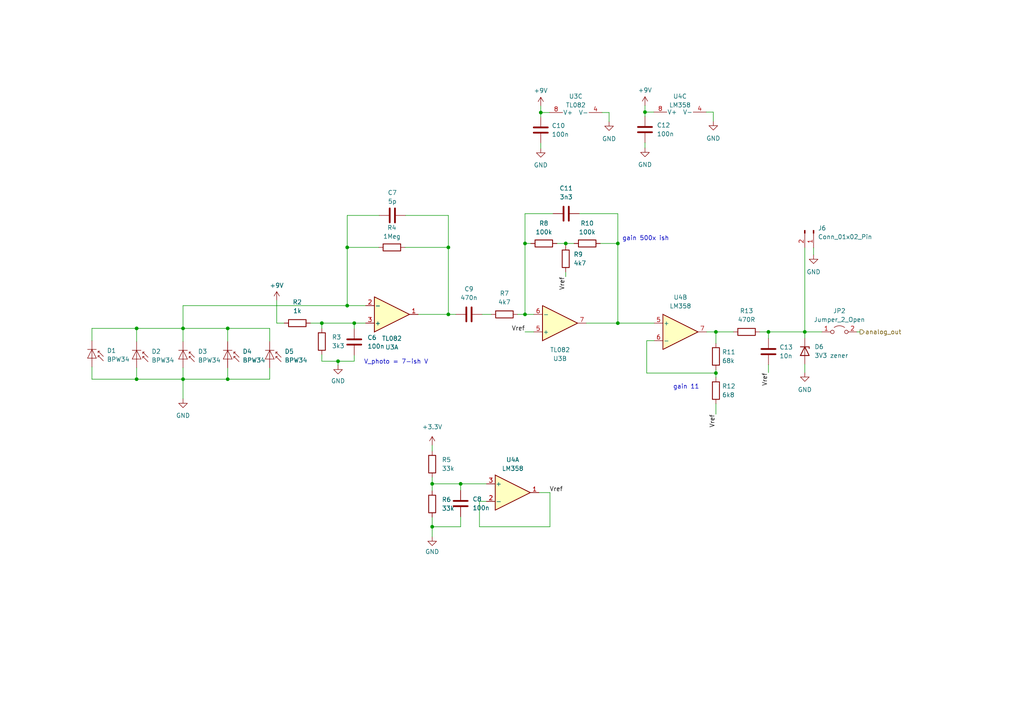
<source format=kicad_sch>
(kicad_sch (version 20230121) (generator eeschema)
  (paper "A4")
  (lib_symbols
    (symbol "Amplifier_Operational:LM358" (pin_names (offset 0.127))
      (property "Reference" "U" (at 0 5.08 0))
      (property "Value" "LM358" (at 0 -5.08 0))
      (symbol "LM358_1_1"
        (polyline (pts (xy -5.08 5.08) (xy 5.08 0) (xy -5.08 -5.08) (xy -5.08 5.08)) (stroke (width 0.254)) (fill (type background)))
        (pin output line (at 7.62 0 180) (length 2.54) (name "~") (number "1"))
        (pin input line (at -7.62 -2.54 0) (length 2.54) (name "-") (number "2"))
        (pin input line (at -7.62 2.54 0) (length 2.54) (name "+") (number "3"))
      )
      (symbol "LM358_2_1"
        (polyline (pts (xy -5.08 5.08) (xy 5.08 0) (xy -5.08 -5.08) (xy -5.08 5.08)) (stroke (width 0.254)) (fill (type background)))
        (pin input line (at -7.62 2.54 0) (length 2.54) (name "+") (number "5"))
        (pin input line (at -7.62 -2.54 0) (length 2.54) (name "-") (number "6"))
        (pin output line (at 7.62 0 180) (length 2.54) (name "~") (number "7"))
      )
      (symbol "LM358_3_1"
        (pin power_in line (at -2.54 -7.62 90) (length 3.81) (name "V-") (number "4"))
        (pin power_in line (at -2.54 7.62 270) (length 3.81) (name "V+") (number "8"))
      )
    )
    (symbol "Amplifier_Operational:TL082" (pin_names (offset 0.127))
      (property "Reference" "U" (at 0 5.08 0))
      (property "Value" "TL082" (at 0 -5.08 0))
      (symbol "TL082_1_1"
        (polyline (pts (xy -5.08 5.08) (xy 5.08 0) (xy -5.08 -5.08) (xy -5.08 5.08)) (stroke (width 0.254)) (fill (type background)))
        (pin output line (at 7.62 0 180) (length 2.54) (name "~") (number "1"))
        (pin input line (at -7.62 -2.54 0) (length 2.54) (name "-") (number "2"))
        (pin input line (at -7.62 2.54 0) (length 2.54) (name "+") (number "3"))
      )
      (symbol "TL082_2_1"
        (polyline (pts (xy -5.08 5.08) (xy 5.08 0) (xy -5.08 -5.08) (xy -5.08 5.08)) (stroke (width 0.254)) (fill (type background)))
        (pin input line (at -7.62 2.54 0) (length 2.54) (name "+") (number "5"))
        (pin input line (at -7.62 -2.54 0) (length 2.54) (name "-") (number "6"))
        (pin output line (at 7.62 0 180) (length 2.54) (name "~") (number "7"))
      )
      (symbol "TL082_3_1"
        (pin power_in line (at -2.54 -7.62 90) (length 3.81) (name "V-") (number "4"))
        (pin power_in line (at -2.54 7.62 270) (length 3.81) (name "V+") (number "8"))
      )
    )
    (symbol "Connector:Conn_01x02_Pin" (pin_names (offset 1.016) hide)
      (property "Reference" "J" (at 0 2.54 0))
      (property "Value" "Conn_01x02_Pin" (at 0 -5.08 0))
      (symbol "Conn_01x02_Pin_1_1"
        (polyline (pts (xy 1.27 -2.54) (xy 0.8636 -2.54)) (stroke (width 0.1524)))
        (polyline (pts (xy 1.27 0) (xy 0.8636 0)) (stroke (width 0.1524)))
        (rectangle (start 0.8636 -2.413) (end 0 -2.667) (stroke (width 0.1524)) (fill (type outline)))
        (rectangle (start 0.8636 0.127) (end 0 -0.127) (stroke (width 0.1524)) (fill (type outline)))
        (pin passive line (at 5.08 0 180) (length 3.81) (name "Pin_1") (number "1"))
        (pin passive line (at 5.08 -2.54 180) (length 3.81) (name "Pin_2") (number "2"))
      )
    )
    (symbol "Device:C" (pin_numbers hide) (pin_names (offset 0.254))
      (property "Reference" "C" (at 0.635 2.54 0))
      (property "Value" "C" (at 0.635 -2.54 0))
      (symbol "C_0_1"
        (polyline (pts (xy -2.032 -0.762) (xy 2.032 -0.762)) (stroke (width 0.508)))
        (polyline (pts (xy -2.032 0.762) (xy 2.032 0.762)) (stroke (width 0.508)))
      )
      (symbol "C_1_1"
        (pin passive line (at 0 3.81 270) (length 2.794) (name "~") (number "1"))
        (pin passive line (at 0 -3.81 90) (length 2.794) (name "~") (number "2"))
      )
    )
    (symbol "Device:D_Zener" (pin_numbers hide) (pin_names (offset 1.016) hide)
      (property "Reference" "D" (at 0 2.54 0))
      (property "Value" "D_Zener" (at 0 -2.54 0))
      (symbol "D_Zener_0_1"
        (polyline (pts (xy 1.27 0) (xy -1.27 0)))
        (polyline (pts (xy -1.27 -1.27) (xy -1.27 1.27) (xy -0.762 1.27)) (stroke (width 0.254)))
        (polyline (pts (xy 1.27 -1.27) (xy 1.27 1.27) (xy -1.27 0) (xy 1.27 -1.27)) (stroke (width 0.254)))
      )
      (symbol "D_Zener_1_1"
        (pin passive line (at -3.81 0 0) (length 2.54) (name "K") (number "1"))
        (pin passive line (at 3.81 0 180) (length 2.54) (name "A") (number "2"))
      )
    )
    (symbol "Device:R" (pin_numbers hide) (pin_names (offset 0))
      (property "Reference" "R" (at 2.032 0 90))
      (property "Value" "R" (at 0 0 90))
      (symbol "R_0_1"
        (rectangle (start -1.016 -2.54) (end 1.016 2.54) (stroke (width 0.254)))
      )
      (symbol "R_1_1"
        (pin passive line (at 0 3.81 270) (length 1.27) (name "~") (number "1"))
        (pin passive line (at 0 -3.81 90) (length 1.27) (name "~") (number "2"))
      )
    )
    (symbol "Jumper:Jumper_2_Open" (pin_names (offset 0) hide)
      (property "Reference" "JP" (at 0 2.794 0))
      (property "Value" "Jumper_2_Open" (at 0 -2.286 0))
      (symbol "Jumper_2_Open_0_0"
        (circle (center -2.032 0) (radius 0.508))
        (circle (center 2.032 0) (radius 0.508))
      )
      (symbol "Jumper_2_Open_0_1"
        (arc (start 1.524 1.27) (mid 0 1.778) (end -1.524 1.27))
      )
      (symbol "Jumper_2_Open_1_1"
        (pin passive line (at -5.08 0 0) (length 2.54) (name "A") (number "1"))
        (pin passive line (at 5.08 0 180) (length 2.54) (name "B") (number "2"))
      )
    )
    (symbol "Sensor_Optical:BPW34" (pin_numbers hide) (pin_names (offset 1.016) hide)
      (property "Reference" "D" (at 0.508 1.778 0))
      (property "Value" "BPW34" (at -1.016 -2.794 0))
      (symbol "BPW34_0_1"
        (polyline (pts (xy -2.54 1.27) (xy -2.54 -1.27)) (stroke (width 0.1524)))
        (polyline (pts (xy -2.032 1.778) (xy -1.524 1.778)))
        (polyline (pts (xy 0 -1.27) (xy 0 1.27)))
        (polyline (pts (xy 0 0) (xy -2.54 0)))
        (polyline (pts (xy -0.508 3.302) (xy -2.032 1.778) (xy -2.032 2.286)))
        (polyline (pts (xy 0 1.27) (xy -2.54 0) (xy 0 -1.27)))
        (polyline (pts (xy 0.762 3.302) (xy -0.762 1.778) (xy -0.762 2.286) (xy -0.762 1.778) (xy -0.254 1.778)))
      )
      (symbol "BPW34_1_1"
        (pin passive line (at -5.08 0 0) (length 2.54) (name "K") (number "1"))
        (pin passive line (at 2.54 0 180) (length 2.54) (name "A") (number "2"))
      )
    )
    (symbol "power:+3.3V" (power) (pin_names (offset 0))
      (property "Value" "+3.3V" (at 0 3.556 0))
      (symbol "+3.3V_0_1"
        (polyline (pts (xy -0.762 1.27) (xy 0 2.54)))
        (polyline (pts (xy 0 0) (xy 0 2.54)))
        (polyline (pts (xy 0 2.54) (xy 0.762 1.27)))
      )
      (symbol "+3.3V_1_1"
        (pin power_in line (at 0 0 90) (length 0) hide (name "+3.3V") (number "1"))
      )
    )
    (symbol "power:+9V" (power) (pin_names (offset 0))
      (property "Value" "+9V" (at 0 3.556 0))
      (symbol "+9V_0_1"
        (polyline (pts (xy -0.762 1.27) (xy 0 2.54)))
        (polyline (pts (xy 0 0) (xy 0 2.54)))
        (polyline (pts (xy 0 2.54) (xy 0.762 1.27)))
      )
      (symbol "+9V_1_1"
        (pin power_in line (at 0 0 90) (length 0) hide (name "+9V") (number "1"))
      )
    )
    (symbol "power:GND" (power) (pin_names (offset 0))
      (property "Value" "GND" (at 0 -3.81 0))
      (symbol "GND_0_1"
        (polyline (pts (xy 0 0) (xy 0 -1.27) (xy 1.27 -1.27) (xy 0 -2.54) (xy -1.27 -1.27) (xy 0 -1.27)))
      )
      (symbol "GND_1_1"
        (pin power_in line (at 0 0 270) (length 0) hide (name "GND") (number "1"))
      )
    )
  )
  (junction (at 152.273 91.186))
  (junction (at 187.071 32.512))
  (junction (at 179.197 70.612))
  (junction (at 53.086 109.982))
  (junction (at 39.624 109.982))
  (junction (at 152.273 70.612))
  (junction (at 66.04 109.982))
  (junction (at 207.645 108.204))
  (junction (at 233.426 96.266))
  (junction (at 133.604 140.335))
  (junction (at 102.743 93.726))
  (junction (at 222.885 96.266))
  (junction (at 100.711 88.646))
  (junction (at 125.349 140.335))
  (junction (at 98.044 104.775))
  (junction (at 93.345 93.726))
  (junction (at 53.086 95.25))
  (junction (at 156.845 32.639))
  (junction (at 130.048 91.186))
  (junction (at 39.624 95.25))
  (junction (at 100.711 71.755))
  (junction (at 164.084 70.612))
  (junction (at 66.04 95.25))
  (junction (at 207.645 96.266))
  (junction (at 130.048 71.755))
  (junction (at 179.197 93.726))
  (junction (at 125.349 152.781))
  (wire (pts (xy 53.086 95.25) (xy 53.086 99.06)))
  (wire (pts (xy 66.04 106.68) (xy 66.04 109.982)))
  (wire (pts (xy 248.539 96.266) (xy 249.428 96.266)))
  (wire (pts (xy 133.604 149.86) (xy 133.604 152.781)))
  (wire (pts (xy 207.645 107.188) (xy 207.645 108.204)))
  (wire (pts (xy 39.624 109.982) (xy 53.086 109.982)))
  (wire (pts (xy 179.197 70.612) (xy 179.197 61.976)))
  (wire (pts (xy 139.065 152.781) (xy 159.512 152.781)))
  (wire (pts (xy 130.048 71.755) (xy 130.048 91.186)))
  (wire (pts (xy 233.426 105.664) (xy 233.426 108.077)))
  (wire (pts (xy 125.349 138.43) (xy 125.349 140.335)))
  (wire (pts (xy 164.084 78.867) (xy 164.084 80.264)))
  (wire (pts (xy 98.044 104.775) (xy 102.743 104.775)))
  (wire (pts (xy 233.426 96.266) (xy 233.426 98.044)))
  (wire (pts (xy 179.197 70.612) (xy 179.197 93.726)))
  (wire (pts (xy 130.048 91.186) (xy 121.285 91.186)))
  (wire (pts (xy 187.579 98.806) (xy 189.738 98.806)))
  (wire (pts (xy 207.645 96.266) (xy 212.725 96.266)))
  (wire (pts (xy 125.349 129.159) (xy 125.349 130.81)))
  (wire (pts (xy 176.657 35.306) (xy 176.657 32.639)))
  (wire (pts (xy 80.264 87.122) (xy 80.264 93.726)))
  (wire (pts (xy 39.624 106.68) (xy 39.624 109.982)))
  (wire (pts (xy 139.065 145.415) (xy 139.065 152.781)))
  (wire (pts (xy 66.04 95.25) (xy 78.232 95.25)))
  (wire (pts (xy 187.071 41.402) (xy 187.071 42.926)))
  (wire (pts (xy 156.845 32.639) (xy 156.845 33.909)))
  (wire (pts (xy 152.273 96.266) (xy 154.813 96.266)))
  (wire (pts (xy 125.349 140.335) (xy 133.604 140.335)))
  (wire (pts (xy 152.273 61.976) (xy 152.273 70.612)))
  (wire (pts (xy 206.883 35.179) (xy 206.883 32.512)))
  (wire (pts (xy 98.044 104.775) (xy 93.345 104.775)))
  (wire (pts (xy 93.345 93.726) (xy 102.743 93.726)))
  (wire (pts (xy 78.232 109.982) (xy 78.232 106.68)))
  (wire (pts (xy 179.197 93.726) (xy 170.053 93.726)))
  (wire (pts (xy 222.885 105.791) (xy 222.885 108.077)))
  (wire (pts (xy 220.345 96.266) (xy 222.885 96.266)))
  (wire (pts (xy 159.512 152.781) (xy 159.512 142.875)))
  (wire (pts (xy 39.624 95.25) (xy 53.086 95.25)))
  (wire (pts (xy 141.097 145.415) (xy 139.065 145.415)))
  (wire (pts (xy 125.349 140.335) (xy 125.349 142.367)))
  (wire (pts (xy 206.883 32.512) (xy 204.851 32.512)))
  (wire (pts (xy 161.544 70.612) (xy 164.084 70.612)))
  (wire (pts (xy 207.645 108.204) (xy 207.645 109.474)))
  (wire (pts (xy 160.401 61.976) (xy 152.273 61.976)))
  (wire (pts (xy 102.743 93.726) (xy 106.045 93.726)))
  (wire (pts (xy 117.602 62.484) (xy 130.048 62.484)))
  (wire (pts (xy 53.086 109.982) (xy 53.086 115.697)))
  (wire (pts (xy 125.349 152.781) (xy 125.349 149.987)))
  (wire (pts (xy 102.743 95.377) (xy 102.743 93.726)))
  (wire (pts (xy 66.04 109.982) (xy 78.232 109.982)))
  (wire (pts (xy 125.349 152.781) (xy 125.349 155.702)))
  (wire (pts (xy 174.117 70.612) (xy 179.197 70.612)))
  (wire (pts (xy 26.67 95.25) (xy 39.624 95.25)))
  (wire (pts (xy 102.743 104.775) (xy 102.743 102.997)))
  (wire (pts (xy 222.885 96.266) (xy 222.885 98.171)))
  (wire (pts (xy 187.071 32.512) (xy 187.071 33.782)))
  (wire (pts (xy 179.197 61.976) (xy 168.021 61.976)))
  (wire (pts (xy 207.645 99.568) (xy 207.645 96.266)))
  (wire (pts (xy 233.426 71.882) (xy 233.426 96.266)))
  (wire (pts (xy 80.264 93.726) (xy 82.423 93.726)))
  (wire (pts (xy 93.345 104.775) (xy 93.345 102.87)))
  (wire (pts (xy 53.086 106.68) (xy 53.086 109.982)))
  (wire (pts (xy 164.084 70.612) (xy 166.497 70.612)))
  (wire (pts (xy 235.966 71.882) (xy 235.966 73.914)))
  (wire (pts (xy 176.657 32.639) (xy 174.625 32.639)))
  (wire (pts (xy 53.086 95.25) (xy 66.04 95.25)))
  (wire (pts (xy 93.345 95.25) (xy 93.345 93.726)))
  (wire (pts (xy 153.924 70.612) (xy 152.273 70.612)))
  (wire (pts (xy 26.67 98.806) (xy 26.67 95.25)))
  (wire (pts (xy 187.579 108.204) (xy 187.579 98.806)))
  (wire (pts (xy 152.273 91.186) (xy 154.813 91.186)))
  (wire (pts (xy 156.337 142.875) (xy 159.512 142.875)))
  (wire (pts (xy 207.645 96.266) (xy 204.978 96.266)))
  (wire (pts (xy 130.048 91.186) (xy 132.207 91.186)))
  (wire (pts (xy 133.604 152.781) (xy 125.349 152.781)))
  (wire (pts (xy 100.711 71.755) (xy 109.855 71.755)))
  (wire (pts (xy 207.645 108.204) (xy 187.579 108.204)))
  (wire (pts (xy 222.885 96.266) (xy 233.426 96.266)))
  (wire (pts (xy 130.048 62.484) (xy 130.048 71.755)))
  (wire (pts (xy 93.345 93.726) (xy 90.043 93.726)))
  (wire (pts (xy 133.604 142.24) (xy 133.604 140.335)))
  (wire (pts (xy 53.086 109.982) (xy 66.04 109.982)))
  (wire (pts (xy 156.845 41.529) (xy 156.845 43.053)))
  (wire (pts (xy 207.645 117.094) (xy 207.645 120.142)))
  (wire (pts (xy 150.114 91.186) (xy 152.273 91.186)))
  (wire (pts (xy 152.273 70.612) (xy 152.273 91.186)))
  (wire (pts (xy 187.071 30.607) (xy 187.071 32.512)))
  (wire (pts (xy 53.086 88.646) (xy 100.711 88.646)))
  (wire (pts (xy 133.604 140.335) (xy 141.097 140.335)))
  (wire (pts (xy 117.475 71.755) (xy 130.048 71.755)))
  (wire (pts (xy 53.086 88.646) (xy 53.086 95.25)))
  (wire (pts (xy 78.232 95.25) (xy 78.232 99.06)))
  (wire (pts (xy 98.044 105.918) (xy 98.044 104.775)))
  (wire (pts (xy 26.67 106.426) (xy 26.67 109.982)))
  (wire (pts (xy 156.845 30.734) (xy 156.845 32.639)))
  (wire (pts (xy 39.624 99.06) (xy 39.624 95.25)))
  (wire (pts (xy 156.845 32.639) (xy 159.385 32.639)))
  (wire (pts (xy 100.711 71.755) (xy 100.711 88.646)))
  (wire (pts (xy 100.711 62.484) (xy 100.711 71.755)))
  (wire (pts (xy 164.084 70.612) (xy 164.084 71.247)))
  (wire (pts (xy 139.827 91.186) (xy 142.494 91.186)))
  (wire (pts (xy 187.071 32.512) (xy 189.611 32.512)))
  (wire (pts (xy 179.197 93.726) (xy 189.738 93.726)))
  (wire (pts (xy 109.982 62.484) (xy 100.711 62.484)))
  (wire (pts (xy 26.67 109.982) (xy 39.624 109.982)))
  (wire (pts (xy 233.426 96.266) (xy 238.379 96.266)))
  (wire (pts (xy 66.04 95.25) (xy 66.04 99.06)))
  (wire (pts (xy 100.711 88.646) (xy 106.045 88.646)))
  (text "V_photo = 7-ish V" (at 105.537 105.791 0) (effects (font (size 1.27 1.27)) (justify left bottom)))
  (text "gain 500x ish" (at 180.467 69.977 0) (effects (font (size 1.27 1.27)) (justify left bottom)))
  (text "gain 11" (at 195.199 113.03 0) (effects (font (size 1.27 1.27)) (justify left bottom)))
  (label "Vref" (at 207.645 120.142 270))
  (label "Vref" (at 159.385 142.875 0))
  (label "Vref" (at 164.084 80.264 270))
  (label "Vref" (at 222.885 108.077 270))
  (label "Vref" (at 152.273 96.266 180))
  (hierarchical_label "analog_out" (shape output) (at 249.428 96.266 0))
  (symbol (lib_id "Device:R") (at 125.349 134.62 0) (unit 1)
    (property "Reference" "R5" (at 128.143 133.35 0) (effects (justify left)))
    (property "Value" "33k" (at 128.143 135.89 0) (effects (justify left)))
    (property "Footprint" "Resistor_SMD:R_0805_2012Metric_Pad1.20x1.40mm_HandSolder" (effects hide))
    (instances (project "banana_detector" (path "" (reference "R5") (unit 1))) (project "particle_detector" (path "" (reference "R?") (unit 1))))
  )
  (symbol (lib_id "Amplifier_Operational:LM358") (at 197.358 96.266 0) (unit 2)
    (property "Reference" "U4" (at 197.358 86.233 0))
    (property "Value" "LM358" (at 197.358 88.773 0))
    (property "Footprint" "Package_SO:SO-8_3.9x4.9mm_P1.27mm" (effects hide))
    (property "Datasheet" "http://www.ti.com/lit/ds/symlink/lm2904-n.pdf" (effects hide))
    (instances (project "banana_detector" (path "" (reference "U4") (unit 2))) (project "particle_detector" (path "" (reference "U?") (unit 2))))
  )
  (symbol (lib_id "Sensor_Optical:BPW34") (at 78.232 104.14 270) (unit 1)
    (property "Reference" "D5" (at 82.55 101.9429 90) (effects (justify left)))
    (property "Value" "BPW34" (at 82.55 104.4829 90) (effects (justify left)))
    (property "Footprint" "OptoDevice:Osram_DIL2_4.3x4.65mm_P5.08mm" (effects hide))
    (property "Datasheet" "http://www.vishay.com/docs/81521/bpw34.pdf" (effects hide))
  )
  (symbol (lib_id "Device:C") (at 113.792 62.484 90) (unit 1)
    (property "Reference" "C7" (at 113.792 55.88 90))
    (property "Value" "5p" (at 113.792 58.42 90))
    (property "Footprint" "Capacitor_SMD:C_0805_2012Metric_Pad1.18x1.45mm_HandSolder" (effects hide))
    (instances (project "banana_detector" (path "" (reference "C7") (unit 1))) (project "particle_detector" (path "" (reference "C?") (unit 1))))
  )
  (symbol (lib_id "power:GND") (at 98.044 105.918 0) (unit 1)
    (property "Reference" "#PWR07" (effects hide))
    (property "Value" "GND" (at 98.044 110.49 0))
    (instances (project "banana_detector" (path "" (reference "#PWR07") (unit 1))) (project "particle_detector" (path "" (reference "#PWR010") (unit 1))))
  )
  (symbol (lib_id "Device:R") (at 170.307 70.612 90) (unit 1)
    (property "Reference" "R10" (at 170.307 64.77 90))
    (property "Value" "100k" (at 170.307 67.31 90))
    (property "Footprint" "Resistor_SMD:R_0805_2012Metric_Pad1.20x1.40mm_HandSolder" (effects hide))
    (instances (project "banana_detector" (path "" (reference "R10") (unit 1))) (project "particle_detector" (path "" (reference "R?") (unit 1))))
  )
  (symbol (lib_id "Device:C") (at 156.845 37.719 0) (unit 1)
    (property "Reference" "C10" (at 160.02 36.449 0) (effects (justify left)))
    (property "Value" "100n" (at 160.02 38.989 0) (effects (justify left)))
    (property "Footprint" "Capacitor_SMD:C_0805_2012Metric_Pad1.18x1.45mm_HandSolder" (effects hide))
    (instances (project "banana_detector" (path "" (reference "C10") (unit 1))) (project "particle_detector" (path "" (reference "C?") (unit 1))))
  )
  (symbol (lib_id "Sensor_Optical:BPW34") (at 26.67 103.886 270) (unit 1)
    (property "Reference" "D1" (at 30.988 101.6889 90) (effects (justify left)))
    (property "Value" "BPW34" (at 30.988 104.2289 90) (effects (justify left)))
    (property "Footprint" "OptoDevice:Osram_DIL2_4.3x4.65mm_P5.08mm" (effects hide))
    (property "Datasheet" "http://www.vishay.com/docs/81521/bpw34.pdf" (effects hide))
  )
  (symbol (lib_id "Sensor_Optical:BPW34") (at 39.624 104.14 270) (unit 1)
    (property "Reference" "D2" (at 43.942 101.9429 90) (effects (justify left)))
    (property "Value" "BPW34" (at 43.942 104.4829 90) (effects (justify left)))
    (property "Footprint" "OptoDevice:Osram_DIL2_4.3x4.65mm_P5.08mm" (effects hide))
    (property "Datasheet" "http://www.vishay.com/docs/81521/bpw34.pdf" (effects hide))
  )
  (symbol (lib_id "Device:C") (at 136.017 91.186 90) (unit 1)
    (property "Reference" "C9" (at 136.017 83.82 90))
    (property "Value" "470n" (at 136.017 86.36 90))
    (property "Footprint" "Capacitor_SMD:C_0805_2012Metric_Pad1.18x1.45mm_HandSolder" (effects hide))
    (instances (project "banana_detector" (path "" (reference "C9") (unit 1))) (project "particle_detector" (path "" (reference "C?") (unit 1))))
  )
  (symbol (lib_id "power:GND") (at 233.426 108.077 0) (unit 1)
    (property "Reference" "#PWR019" (effects hide))
    (property "Value" "GND" (at 233.426 113.03 0))
  )
  (symbol (lib_id "power:+3.3V") (at 125.349 129.159 0) (unit 1)
    (property "Reference" "#PWR018" (effects hide))
    (property "Value" "+3.3V" (at 125.349 123.825 0))
    (instances (project "banana_detector" (path "" (reference "#PWR018") (unit 1)) (path "" (reference "#PWR08") (unit 1))))
  )
  (symbol (lib_id "Device:C") (at 187.071 37.592 0) (unit 1)
    (property "Reference" "C12" (at 190.5 36.322 0) (effects (justify left)))
    (property "Value" "100n" (at 190.5 38.862 0) (effects (justify left)))
    (property "Footprint" "Capacitor_SMD:C_0805_2012Metric_Pad1.18x1.45mm_HandSolder" (effects hide))
    (instances (project "banana_detector" (path "" (reference "C12") (unit 1))) (project "particle_detector" (path "" (reference "C?") (unit 1))))
  )
  (symbol (lib_id "Device:R") (at 207.645 113.284 180) (unit 1)
    (property "Reference" "R12" (at 209.423 112.014 0) (effects (justify right)))
    (property "Value" "6k8" (at 209.423 114.554 0) (effects (justify right)))
    (property "Footprint" "Resistor_SMD:R_0805_2012Metric_Pad1.20x1.40mm_HandSolder" (effects hide))
    (instances (project "banana_detector" (path "" (reference "R12") (unit 1))) (project "particle_detector" (path "" (reference "R?") (unit 1))))
  )
  (symbol (lib_id "power:GND") (at 235.966 73.914 0) (unit 1)
    (property "Reference" "#PWR032" (effects hide))
    (property "Value" "GND" (at 235.966 78.867 0))
  )
  (symbol (lib_id "Device:C") (at 133.604 146.05 0) (unit 1)
    (property "Reference" "C8" (at 137.033 144.78 0) (effects (justify left)))
    (property "Value" "100n" (at 137.033 147.32 0) (effects (justify left)))
    (property "Footprint" "Capacitor_SMD:C_0805_2012Metric_Pad1.18x1.45mm_HandSolder" (effects hide))
    (instances (project "banana_detector" (path "" (reference "C8") (unit 1))) (project "particle_detector" (path "" (reference "C?") (unit 1))))
  )
  (symbol (lib_id "power:+9V") (at 187.071 30.607 0) (unit 1)
    (property "Reference" "#PWR013" (effects hide))
    (property "Value" "+9V" (at 187.071 26.162 0))
    (instances (project "banana_detector" (path "" (reference "#PWR013") (unit 1))) (project "particle_detector" (path "" (reference "#PWR011") (unit 1))))
  )
  (symbol (lib_id "Device:R") (at 93.345 99.06 180) (unit 1)
    (property "Reference" "R3" (at 96.266 97.79 0) (effects (justify right)))
    (property "Value" "3k3" (at 96.266 100.33 0) (effects (justify right)))
    (property "Footprint" "Resistor_SMD:R_0805_2012Metric_Pad1.20x1.40mm_HandSolder" (effects hide))
    (instances (project "banana_detector" (path "" (reference "R3") (unit 1))) (project "particle_detector" (path "" (reference "R?") (unit 1))))
  )
  (symbol (lib_id "Sensor_Optical:BPW34") (at 53.086 104.14 270) (unit 1)
    (property "Reference" "D3" (at 57.404 101.9429 90) (effects (justify left)))
    (property "Value" "BPW34" (at 57.404 104.4829 90) (effects (justify left)))
    (property "Footprint" "OptoDevice:Osram_DIL2_4.3x4.65mm_P5.08mm" (effects hide))
    (property "Datasheet" "http://www.vishay.com/docs/81521/bpw34.pdf" (effects hide))
  )
  (symbol (lib_id "Device:C") (at 222.885 101.981 0) (unit 1)
    (property "Reference" "C13" (at 226.06 100.711 0) (effects (justify left)))
    (property "Value" "10n" (at 226.06 103.251 0) (effects (justify left)))
    (property "Footprint" "Capacitor_SMD:C_0805_2012Metric_Pad1.18x1.45mm_HandSolder" (effects hide))
    (instances (project "banana_detector" (path "" (reference "C13") (unit 1))) (project "particle_detector" (path "" (reference "C?") (unit 1))))
  )
  (symbol (lib_id "Amplifier_Operational:LM358") (at 197.231 29.972 90) (unit 3)
    (property "Reference" "U4" (at 197.231 27.94 90))
    (property "Value" "LM358" (at 197.231 30.48 90))
    (property "Footprint" "Package_SO:SO-8_3.9x4.9mm_P1.27mm" (effects hide))
    (property "Datasheet" "http://www.ti.com/lit/ds/symlink/lm2904-n.pdf" (effects hide))
    (instances (project "banana_detector" (path "" (reference "U4") (unit 3))) (project "particle_detector" (path "" (reference "U?") (unit 3))))
  )
  (symbol (lib_id "power:GND") (at 187.071 42.926 0) (unit 1)
    (property "Reference" "#PWR014" (effects hide))
    (property "Value" "GND" (at 187.071 47.752 0))
    (instances (project "banana_detector" (path "" (reference "#PWR014") (unit 1))) (project "particle_detector" (path "" (reference "#PWR012") (unit 1))))
  )
  (symbol (lib_id "Amplifier_Operational:TL082") (at 113.665 91.186 0) (mirror x) (unit 1)
    (property "Reference" "U3" (at 113.665 100.711 0))
    (property "Value" "TL082" (at 113.665 98.171 0))
    (property "Footprint" "Package_SO:SO-8_3.9x4.9mm_P1.27mm" (effects hide))
    (property "Datasheet" "http://www.ti.com/lit/ds/symlink/tl081.pdf" (effects hide))
    (instances (project "banana_detector" (path "" (reference "U3") (unit 1))) (project "particle_detector" (path "" (reference "U?") (unit 1)) (path "" (reference "U?") (unit 1))))
  )
  (symbol (lib_id "Sensor_Optical:BPW34") (at 66.04 104.14 270) (unit 1)
    (property "Reference" "D4" (at 70.358 101.9429 90) (effects (justify left)))
    (property "Value" "BPW34" (at 70.358 104.4829 90) (effects (justify left)))
    (property "Footprint" "OptoDevice:Osram_DIL2_4.3x4.65mm_P5.08mm" (effects hide))
    (property "Datasheet" "http://www.vishay.com/docs/81521/bpw34.pdf" (effects hide))
  )
  (symbol (lib_id "Device:R") (at 207.645 103.378 0) (unit 1)
    (property "Reference" "R11" (at 209.423 102.108 0) (effects (justify left)))
    (property "Value" "68k" (at 209.423 104.648 0) (effects (justify left)))
    (property "Footprint" "Resistor_SMD:R_0805_2012Metric_Pad1.20x1.40mm_HandSolder" (effects hide))
    (instances (project "banana_detector" (path "" (reference "R11") (unit 1))) (project "particle_detector" (path "" (reference "R?") (unit 1))))
  )
  (symbol (lib_id "Connector:Conn_01x02_Pin") (at 235.966 66.802 270) (unit 1)
    (property "Reference" "J6" (at 237.236 66.167 90) (effects (justify left)))
    (property "Value" "Conn_01x02_Pin" (at 237.236 68.707 90) (effects (justify left)))
    (property "Footprint" "Connector_PinHeader_2.54mm:PinHeader_1x02_P2.54mm_Vertical" (effects hide))
  )
  (symbol (lib_id "Device:C") (at 102.743 99.187 0) (unit 1)
    (property "Reference" "C6" (at 106.553 97.917 0) (effects (justify left)))
    (property "Value" "100n" (at 106.553 100.457 0) (effects (justify left)))
    (property "Footprint" "Capacitor_SMD:C_0805_2012Metric_Pad1.18x1.45mm_HandSolder" (effects hide))
    (instances (project "banana_detector" (path "" (reference "C6") (unit 1))) (project "particle_detector" (path "" (reference "C?") (unit 1))))
  )
  (symbol (lib_id "Device:D_Zener") (at 233.426 101.854 270) (unit 1)
    (property "Reference" "D6" (at 236.22 100.584 90) (effects (justify left)))
    (property "Value" "3V3 zener" (at 236.22 103.124 90) (effects (justify left)))
    (property "Footprint" "Diode_SMD:D_MiniMELF_Handsoldering" (effects hide))
  )
  (symbol (lib_id "power:+9V") (at 156.845 30.734 0) (unit 1)
    (property "Reference" "#PWR010" (effects hide))
    (property "Value" "+9V" (at 156.845 26.289 0))
    (instances (project "banana_detector" (path "" (reference "#PWR010") (unit 1))) (project "particle_detector" (path "" (reference "#PWR05") (unit 1))))
  )
  (symbol (lib_id "Device:R") (at 216.535 96.266 90) (unit 1)
    (property "Reference" "R13" (at 216.535 90.17 90))
    (property "Value" "470R" (at 216.535 92.71 90))
    (property "Footprint" "Resistor_SMD:R_0805_2012Metric_Pad1.20x1.40mm_HandSolder" (effects hide))
    (instances (project "banana_detector" (path "" (reference "R13") (unit 1))) (project "particle_detector" (path "" (reference "R?") (unit 1))))
  )
  (symbol (lib_id "power:GND") (at 156.845 43.053 0) (unit 1)
    (property "Reference" "#PWR011" (effects hide))
    (property "Value" "GND" (at 156.845 47.879 0))
    (instances (project "banana_detector" (path "" (reference "#PWR011") (unit 1))) (project "particle_detector" (path "" (reference "#PWR06") (unit 1))))
  )
  (symbol (lib_id "Device:R") (at 86.233 93.726 90) (unit 1)
    (property "Reference" "R2" (at 86.233 87.63 90))
    (property "Value" "1k" (at 86.233 90.17 90))
    (property "Footprint" "Resistor_SMD:R_0805_2012Metric_Pad1.20x1.40mm_HandSolder" (effects hide))
    (instances (project "banana_detector" (path "" (reference "R2") (unit 1))) (project "particle_detector" (path "" (reference "R?") (unit 1))))
  )
  (symbol (lib_id "Device:R") (at 146.304 91.186 90) (unit 1)
    (property "Reference" "R7" (at 146.304 85.09 90))
    (property "Value" "4k7" (at 146.304 87.63 90))
    (property "Footprint" "Resistor_SMD:R_0805_2012Metric_Pad1.20x1.40mm_HandSolder" (effects hide))
    (instances (project "banana_detector" (path "" (reference "R7") (unit 1))) (project "particle_detector" (path "" (reference "R?") (unit 1))))
  )
  (symbol (lib_id "power:GND") (at 176.657 35.306 0) (unit 1)
    (property "Reference" "#PWR012" (effects hide))
    (property "Value" "GND" (at 176.657 40.259 0))
    (instances (project "banana_detector" (path "" (reference "#PWR012") (unit 1))) (project "particle_detector" (path "" (reference "#PWR07") (unit 1))))
  )
  (symbol (lib_id "power:GND") (at 53.086 115.697 0) (unit 1)
    (property "Reference" "#PWR05" (effects hide))
    (property "Value" "GND" (at 53.086 120.523 0))
    (instances (project "banana_detector" (path "" (reference "#PWR05") (unit 1))) (project "particle_detector" (path "" (reference "#PWR08") (unit 1))))
  )
  (symbol (lib_id "Amplifier_Operational:TL082") (at 167.005 30.099 90) (unit 3)
    (property "Reference" "U3" (at 167.005 27.94 90))
    (property "Value" "TL082" (at 167.005 30.48 90))
    (property "Footprint" "Package_SO:SO-8_3.9x4.9mm_P1.27mm" (effects hide))
    (property "Datasheet" "http://www.ti.com/lit/ds/symlink/tl081.pdf" (effects hide))
    (instances (project "banana_detector" (path "" (reference "U3") (unit 3))) (project "particle_detector" (path "" (reference "U?") (unit 3)) (path "" (reference "U?") (unit 3))))
  )
  (symbol (lib_id "Device:R") (at 113.665 71.755 90) (unit 1)
    (property "Reference" "R4" (at 113.665 66.04 90))
    (property "Value" "1Meg" (at 113.665 68.58 90))
    (property "Footprint" "Resistor_SMD:R_0805_2012Metric_Pad1.20x1.40mm_HandSolder" (effects hide))
    (instances (project "banana_detector" (path "" (reference "R4") (unit 1))) (project "particle_detector" (path "" (reference "R?") (unit 1))))
  )
  (symbol (lib_id "Jumper:Jumper_2_Open") (at 243.459 96.266 0) (unit 1)
    (property "Reference" "JP2" (at 243.459 90.17 0))
    (property "Value" "Jumper_2_Open" (at 243.459 92.71 0))
    (property "Footprint" "Jumper:SolderJumper-2_P1.3mm_Open_RoundedPad1.0x1.5mm" (effects hide))
  )
  (symbol (lib_id "Device:R") (at 125.349 146.177 0) (unit 1)
    (property "Reference" "R6" (at 128.143 144.907 0) (effects (justify left)))
    (property "Value" "33k" (at 128.143 147.447 0) (effects (justify left)))
    (property "Footprint" "Resistor_SMD:R_0805_2012Metric_Pad1.20x1.40mm_HandSolder" (effects hide))
    (instances (project "banana_detector" (path "" (reference "R6") (unit 1))) (project "particle_detector" (path "" (reference "R?") (unit 1))))
  )
  (symbol (lib_id "Device:R") (at 164.084 75.057 180) (unit 1)
    (property "Reference" "R9" (at 166.37 73.787 0) (effects (justify right)))
    (property "Value" "4k7" (at 166.37 76.327 0) (effects (justify right)))
    (property "Footprint" "Resistor_SMD:R_0805_2012Metric_Pad1.20x1.40mm_HandSolder" (effects hide))
    (instances (project "banana_detector" (path "" (reference "R9") (unit 1))) (project "particle_detector" (path "" (reference "R?") (unit 1))))
  )
  (symbol (lib_id "Amplifier_Operational:LM358") (at 148.717 142.875 0) (unit 1)
    (property "Reference" "U4" (at 148.717 133.35 0))
    (property "Value" "LM358" (at 148.717 135.89 0))
    (property "Footprint" "Package_SO:SO-8_3.9x4.9mm_P1.27mm" (effects hide))
    (property "Datasheet" "http://www.ti.com/lit/ds/symlink/lm2904-n.pdf" (effects hide))
    (instances (project "banana_detector" (path "" (reference "U4") (unit 1))) (project "particle_detector" (path "" (reference "U?") (unit 1))))
  )
  (symbol (lib_id "power:GND") (at 206.883 35.179 0) (unit 1)
    (property "Reference" "#PWR015" (effects hide))
    (property "Value" "GND" (at 206.883 40.132 0))
    (instances (project "banana_detector" (path "" (reference "#PWR015") (unit 1))) (project "particle_detector" (path "" (reference "#PWR013") (unit 1))))
  )
  (symbol (lib_id "Device:R") (at 157.734 70.612 90) (unit 1)
    (property "Reference" "R8" (at 157.734 64.77 90))
    (property "Value" "100k" (at 157.734 67.31 90))
    (property "Footprint" "Resistor_SMD:R_0805_2012Metric_Pad1.20x1.40mm_HandSolder" (effects hide))
    (instances (project "banana_detector" (path "" (reference "R8") (unit 1))) (project "particle_detector" (path "" (reference "R?") (unit 1))))
  )
  (symbol (lib_id "Amplifier_Operational:TL082") (at 162.433 93.726 0) (mirror x) (unit 2)
    (property "Reference" "U3" (at 162.433 104.013 0))
    (property "Value" "TL082" (at 162.433 101.473 0))
    (property "Footprint" "Package_SO:SO-8_3.9x4.9mm_P1.27mm" (effects hide))
    (property "Datasheet" "http://www.ti.com/lit/ds/symlink/tl081.pdf" (effects hide))
    (instances (project "banana_detector" (path "" (reference "U3") (unit 2))) (project "particle_detector" (path "" (reference "U?") (unit 2)) (path "" (reference "U?") (unit 2))))
  )
  (symbol (lib_id "Device:C") (at 164.211 61.976 90) (unit 1)
    (property "Reference" "C11" (at 164.211 54.61 90))
    (property "Value" "3n3" (at 164.211 57.15 90))
    (property "Footprint" "Capacitor_SMD:C_0805_2012Metric_Pad1.18x1.45mm_HandSolder" (effects hide))
    (instances (project "banana_detector" (path "" (reference "C11") (unit 1))) (project "particle_detector" (path "" (reference "C?") (unit 1))))
  )
  (symbol (lib_id "power:GND") (at 125.349 155.702 0) (unit 1)
    (property "Reference" "#PWR09" (effects hide))
    (property "Value" "GND" (at 125.349 160.02 0))
    (instances (project "banana_detector" (path "" (reference "#PWR09") (unit 1))) (project "particle_detector" (path "" (reference "#PWR015") (unit 1))))
  )
  (symbol (lib_id "power:+9V") (at 80.264 87.122 0) (unit 1)
    (property "Reference" "#PWR06" (effects hide))
    (property "Value" "+9V" (at 80.264 82.804 0))
    (instances (project "banana_detector" (path "" (reference "#PWR06") (unit 1))) (project "particle_detector" (path "" (reference "#PWR09") (unit 1))))
  )
)
</source>
